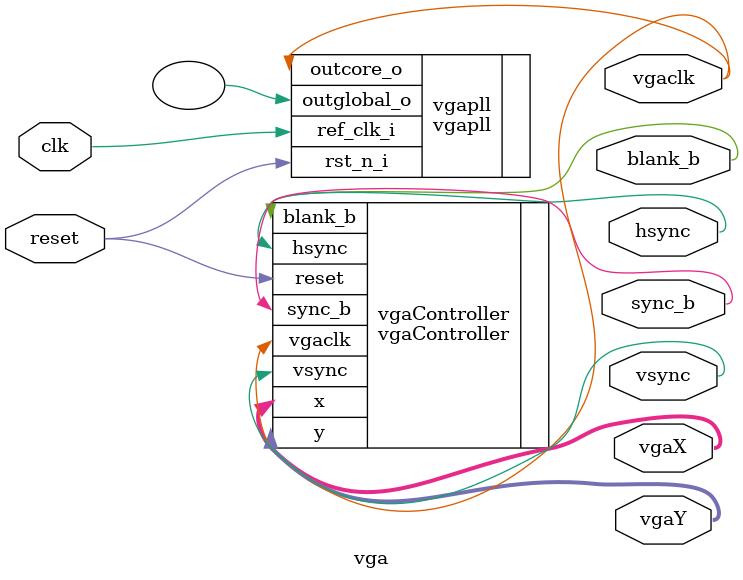
<source format=sv>
module vga(input  logic       clk, reset,
           output logic       vgaclk, // 25.175 MHz VGA clock
           output logic       hsync, vsync,
           output logic       sync_b, blank_b, // to monitor & DAC
           //  output logic [7:0] r, g, b // to video DAC
           output logic [9:0] vgaX, vgaY); // to pixelStore

  // Use a PLL to create the 25.175 MHz VGA pixel clock
  // 25.175 MHz clk period = 39.772 ns
  // Screen is 800 clocks wide by 525 tall, but only 640 x 480 used
  // HSync = 1/(39.772 ns *800) = 31.470 kHz
  // Vsync = 31.474 kHz / 525 = 59.94 Hz (~60 Hz refresh rate)
  vgapll vgapll(.ref_clk_i(clk), .rst_n_i(reset), .outcore_o(vgaclk), .outglobal_o());

  // generate monitor timing signals
  vgaController vgaController(.vgaclk, .reset, .hsync, .vsync, .sync_b, .blank_b, .x(vgaX), .y(vgaY));
endmodule

</source>
